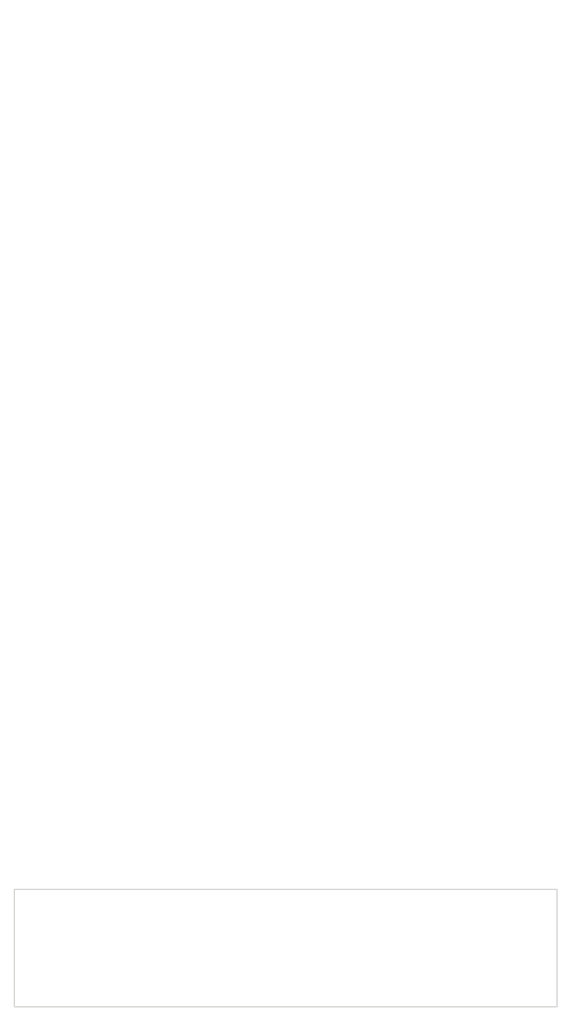
<source format=kicad_pcb>
(kicad_pcb (version 4) (host pcbnew 0.201503261001+5536~22~ubuntu14.04.1-product)

  (general
    (links 0)
    (no_connects 0)
    (area 92.736999 64.034999 142.721001 152.627001)
    (thickness 1.6)
    (drawings 8)
    (tracks 0)
    (zones 0)
    (modules 0)
    (nets 1)
  )

  (page A4)
  (layers
    (0 F.Cu signal)
    (31 B.Cu signal)
    (32 B.Adhes user)
    (33 F.Adhes user)
    (34 B.Paste user)
    (35 F.Paste user)
    (36 B.SilkS user)
    (37 F.SilkS user)
    (38 B.Mask user)
    (39 F.Mask user)
    (40 Dwgs.User user)
    (41 Cmts.User user)
    (42 Eco1.User user)
    (43 Eco2.User user)
    (44 Edge.Cuts user)
    (45 Margin user)
    (46 B.CrtYd user)
    (47 F.CrtYd user)
    (48 B.Fab user)
    (49 F.Fab user)
  )

  (setup
    (last_trace_width 0.25)
    (trace_clearance 0.2)
    (zone_clearance 0.508)
    (zone_45_only no)
    (trace_min 0.2)
    (segment_width 0.2)
    (edge_width 0.1)
    (via_size 0.6)
    (via_drill 0.4)
    (via_min_size 0.4)
    (via_min_drill 0.3)
    (uvia_size 0.3)
    (uvia_drill 0.1)
    (uvias_allowed no)
    (uvia_min_size 0.2)
    (uvia_min_drill 0.1)
    (pcb_text_width 0.3)
    (pcb_text_size 1.5 1.5)
    (mod_edge_width 0.15)
    (mod_text_size 1 1)
    (mod_text_width 0.15)
    (pad_size 1.5 1.5)
    (pad_drill 0.6)
    (pad_to_mask_clearance 0)
    (aux_axis_origin 0 0)
    (visible_elements FFFFFF7F)
    (pcbplotparams
      (layerselection 0x00030_80000001)
      (usegerberextensions false)
      (excludeedgelayer true)
      (linewidth 0.100000)
      (plotframeref false)
      (viasonmask false)
      (mode 1)
      (useauxorigin false)
      (hpglpennumber 1)
      (hpglpenspeed 20)
      (hpglpendiameter 15)
      (hpglpenoverlay 2)
      (psnegative false)
      (psa4output false)
      (plotreference true)
      (plotvalue true)
      (plotinvisibletext false)
      (padsonsilk false)
      (subtractmaskfromsilk false)
      (outputformat 1)
      (mirror false)
      (drillshape 1)
      (scaleselection 1)
      (outputdirectory ""))
  )

  (net 0 "")

  (net_class Default "This is the default net class."
    (clearance 0.2)
    (trace_width 0.25)
    (via_dia 0.6)
    (via_drill 0.4)
    (uvia_dia 0.3)
    (uvia_drill 0.1)
  )

  (gr_line (start 140.97 140.97) (end 140.97 151.13) (angle 90) (layer Edge.Cuts) (width 0.1))
  (gr_line (start 93.98 140.97) (end 93.98 151.13) (angle 90) (layer Edge.Cuts) (width 0.1))
  (gr_line (start 140.97 140.97) (end 93.98 140.97) (angle 90) (layer Edge.Cuts) (width 0.1))
  (gr_line (start 93.98 151.13) (end 140.97 151.13) (angle 90) (layer Edge.Cuts) (width 0.1))
  (gr_line (start 92.837 152.527) (end 92.837 64.135) (angle 90) (layer Eco1.User) (width 0.2))
  (gr_line (start 142.621 152.527) (end 92.837 152.527) (angle 90) (layer Eco1.User) (width 0.2))
  (gr_line (start 142.621 64.135) (end 142.621 152.527) (angle 90) (layer Eco1.User) (width 0.2))
  (gr_line (start 92.837 64.135) (end 142.621 64.135) (angle 90) (layer Eco1.User) (width 0.2))

)

</source>
